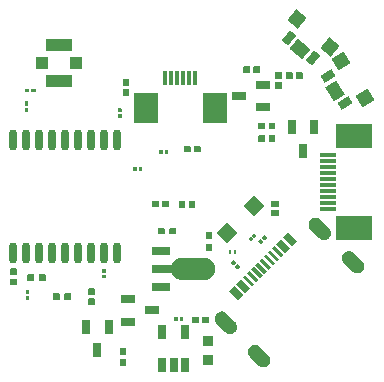
<source format=gbp>
G04 Layer: BottomPasteMaskLayer*
G04 Panelize: , Column: 1, Row: 1, Board Size: 35.35mm x 33.79mm, Panelized Board Size: 35.35mm x 33.79mm*
G04 EasyEDA v6.5.34, 2023-08-25 09:09:34*
G04 d93e2c1bc76747fc85efea62cec83403,9a4ed40c0dd746429eaf55b84663d2fb,10*
G04 Gerber Generator version 0.2*
G04 Scale: 100 percent, Rotated: No, Reflected: No *
G04 Dimensions in millimeters *
G04 leading zeros omitted , absolute positions ,4 integer and 5 decimal *
%FSLAX45Y45*%
%MOMM*%

%AMMACRO1*21,1,$1,$2,0,0,$3*%
%ADD10MACRO1,0.7X1.1X122.0010*%
%ADD11MACRO1,1.4X1.1X121.9998*%
%ADD12MACRO1,1.15X1.2X121.9995*%
%ADD13MACRO1,0.3X1.25X0.0000*%
%ADD14MACRO1,2X2.5X0.0000*%
%ADD15MACRO1,2.2X1.1X0.0000*%
%ADD16MACRO1,1.05X1X90.0000*%
%ADD17MACRO1,0.672X1.575X90.0000*%
%ADD18MACRO1,0.3X1.3X-90.0000*%
%ADD19MACRO1,2X3X-90.0000*%
%ADD20MACRO1,0.5X0.6X-90.0000*%
%ADD21MACRO1,0.27X0.25X-48.0008*%
%ADD22MACRO1,0.27X0.25X-47.9972*%
%ADD23MACRO1,1.2X1.2X45.0000*%
%ADD24MACRO1,0.27X0.25X90.0000*%
%ADD25MACRO1,0.7X1.1X139.9988*%
%ADD26MACRO1,0.7X1.1X140.0001*%
%ADD27MACRO1,1.4X1.1X140.0002*%
%ADD28MACRO1,1.15X1.2X140.0005*%
%ADD29O,0.6999986X1.7729962*%
%ADD30MACRO1,0.8X0.8X0.0000*%
%ADD31MACRO1,1.25X0.7X90.0000*%
%ADD32MACRO1,1.25X0.7X0.0000*%
%ADD33MACRO1,0.6223X1.1049X0.0000*%
%ADD34C,0.0112*%

%LPD*%
G36*
X52171Y-673100D02*
G01*
X30937Y-694283D01*
X108712Y-772058D01*
X129895Y-750874D01*
G37*
G36*
X16967Y-708304D02*
G01*
X-4419Y-729691D01*
X73355Y-807466D01*
X94691Y-786079D01*
G37*
G36*
X-18440Y-743661D02*
G01*
X-39624Y-764895D01*
X38150Y-842619D01*
X59334Y-821436D01*
G37*
G36*
X-53797Y-779068D02*
G01*
X-75031Y-800252D01*
X2743Y-878027D01*
X23926Y-856843D01*
G37*
G36*
X-89204Y-814425D02*
G01*
X-110388Y-835660D01*
X-32613Y-913384D01*
X-11430Y-892200D01*
G37*
G36*
X-124561Y-849833D02*
G01*
X-145796Y-871016D01*
X-68021Y-948791D01*
X-46837Y-927608D01*
G37*
G36*
X-159969Y-885190D02*
G01*
X-181152Y-906424D01*
X-103378Y-984148D01*
X-82194Y-962964D01*
G37*
G36*
X-195326Y-920597D02*
G01*
X-216560Y-941781D01*
X-138785Y-1019556D01*
X-117602Y-998372D01*
G37*
G36*
X165201Y-559866D02*
G01*
X122580Y-602437D01*
X200558Y-680466D01*
X243179Y-637844D01*
G37*
G36*
X108610Y-616458D02*
G01*
X65989Y-659028D01*
X144018Y-737006D01*
X186588Y-694436D01*
G37*
G36*
X-230784Y-955802D02*
G01*
X-273354Y-998372D01*
X-195376Y-1076401D01*
X-152755Y-1033830D01*
G37*
G36*
X-287274Y-1012291D02*
G01*
X-329844Y-1054862D01*
X-251866Y-1132890D01*
X-209245Y-1090269D01*
G37*
G36*
X-110489Y-1512925D02*
G01*
X-117602Y-1513281D01*
X-124612Y-1514398D01*
X-131419Y-1516380D01*
X-137972Y-1519174D01*
X-144119Y-1522679D01*
X-149860Y-1526895D01*
X-154990Y-1531772D01*
X-159562Y-1537208D01*
X-163423Y-1543151D01*
X-166573Y-1549552D01*
X-167894Y-1552854D01*
X-169875Y-1559661D01*
X-171043Y-1566672D01*
X-171348Y-1573784D01*
X-170840Y-1580845D01*
X-169468Y-1587804D01*
X-168503Y-1591208D01*
X-165912Y-1597863D01*
X-162610Y-1604111D01*
X-158546Y-1609953D01*
X-153873Y-1615287D01*
X-83159Y-1686001D01*
X-77825Y-1690674D01*
X-71983Y-1694688D01*
X-65735Y-1697989D01*
X-59080Y-1700530D01*
X-52222Y-1702257D01*
X-45212Y-1703171D01*
X-38150Y-1703273D01*
X-31089Y-1702511D01*
X-24180Y-1700936D01*
X-17526Y-1698548D01*
X-11176Y-1695399D01*
X-5232Y-1691538D01*
X203Y-1686966D01*
X5080Y-1681835D01*
X9296Y-1676146D01*
X12801Y-1669999D01*
X15544Y-1663496D01*
X17526Y-1656689D01*
X18694Y-1649679D01*
X18999Y-1646174D01*
X18897Y-1639062D01*
X17983Y-1632051D01*
X16256Y-1625193D01*
X13716Y-1618589D01*
X10414Y-1612290D01*
X6400Y-1606448D01*
X1727Y-1601165D01*
X-71577Y-1528013D01*
X-77165Y-1523593D01*
X-83261Y-1519936D01*
X-89712Y-1516989D01*
X-93065Y-1515770D01*
X-99923Y-1514043D01*
X-103428Y-1513433D01*
G37*
G36*
X-393293Y-1230274D02*
G01*
X-400405Y-1230579D01*
X-407365Y-1231747D01*
X-414172Y-1233728D01*
X-420674Y-1236522D01*
X-426821Y-1240028D01*
X-432511Y-1244244D01*
X-437692Y-1249121D01*
X-442214Y-1254556D01*
X-446125Y-1260449D01*
X-449275Y-1266799D01*
X-451612Y-1273505D01*
X-452526Y-1276908D01*
X-453694Y-1283919D01*
X-453999Y-1290980D01*
X-453491Y-1298041D01*
X-452170Y-1305001D01*
X-450037Y-1311757D01*
X-447141Y-1318209D01*
X-443433Y-1324254D01*
X-439115Y-1329842D01*
X-365963Y-1403146D01*
X-360680Y-1407871D01*
X-354838Y-1411884D01*
X-348538Y-1415237D01*
X-341934Y-1417777D01*
X-338531Y-1418793D01*
X-331571Y-1420114D01*
X-324459Y-1420622D01*
X-317347Y-1420317D01*
X-313842Y-1419860D01*
X-306933Y-1418285D01*
X-300228Y-1415897D01*
X-293878Y-1412748D01*
X-287934Y-1408887D01*
X-282498Y-1404315D01*
X-279958Y-1401826D01*
X-275386Y-1396339D01*
X-271526Y-1390396D01*
X-268376Y-1384046D01*
X-265988Y-1377340D01*
X-264414Y-1370431D01*
X-263702Y-1363370D01*
X-263804Y-1356258D01*
X-264718Y-1349248D01*
X-266496Y-1342339D01*
X-269036Y-1335735D01*
X-272389Y-1329436D01*
X-276402Y-1323594D01*
X-281127Y-1318310D01*
X-354431Y-1245158D01*
X-360019Y-1240840D01*
X-366064Y-1237183D01*
X-372516Y-1234236D01*
X-379272Y-1232103D01*
X-386232Y-1230782D01*
G37*
G36*
X684276Y-718159D02*
G01*
X677164Y-718515D01*
X670153Y-719632D01*
X663346Y-721614D01*
X656793Y-724408D01*
X650646Y-727913D01*
X644906Y-732129D01*
X639775Y-737006D01*
X635203Y-742442D01*
X631342Y-748385D01*
X628192Y-754786D01*
X626872Y-758088D01*
X624890Y-764895D01*
X623773Y-771906D01*
X623417Y-779018D01*
X623925Y-786079D01*
X625297Y-793038D01*
X626262Y-796442D01*
X628853Y-803097D01*
X632155Y-809345D01*
X636219Y-815187D01*
X640943Y-820521D01*
X711657Y-891235D01*
X716940Y-895908D01*
X722782Y-899921D01*
X729081Y-903224D01*
X735685Y-905764D01*
X742543Y-907491D01*
X749554Y-908405D01*
X756666Y-908507D01*
X763676Y-907745D01*
X770585Y-906170D01*
X777240Y-903782D01*
X783590Y-900633D01*
X789533Y-896772D01*
X794969Y-892200D01*
X799846Y-887069D01*
X804062Y-881380D01*
X807567Y-875233D01*
X810310Y-868680D01*
X811428Y-865327D01*
X813003Y-858418D01*
X813765Y-851357D01*
X813663Y-844296D01*
X812749Y-837285D01*
X811022Y-830427D01*
X808482Y-823772D01*
X805180Y-817524D01*
X801166Y-811682D01*
X796493Y-806348D01*
X725779Y-735634D01*
X720445Y-730961D01*
X714603Y-726897D01*
X708355Y-723595D01*
X701700Y-721004D01*
X694842Y-719277D01*
X691337Y-718667D01*
G37*
G36*
X401472Y-435508D02*
G01*
X394411Y-435813D01*
X387400Y-436981D01*
X380593Y-438962D01*
X374091Y-441756D01*
X367944Y-445262D01*
X362254Y-449478D01*
X357073Y-454355D01*
X352552Y-459740D01*
X348691Y-465683D01*
X345541Y-472033D01*
X344220Y-475335D01*
X342239Y-482142D01*
X341071Y-489102D01*
X340766Y-496214D01*
X341274Y-503275D01*
X342595Y-510235D01*
X344728Y-516991D01*
X347675Y-523443D01*
X351332Y-529488D01*
X355650Y-535076D01*
X428802Y-608380D01*
X434085Y-613105D01*
X439928Y-617118D01*
X446227Y-620471D01*
X452831Y-623011D01*
X456234Y-624027D01*
X463245Y-625348D01*
X470306Y-625856D01*
X477418Y-625551D01*
X480923Y-625094D01*
X487832Y-623519D01*
X494538Y-621131D01*
X500888Y-617982D01*
X506831Y-614121D01*
X512267Y-609549D01*
X517143Y-604367D01*
X521411Y-598678D01*
X524916Y-592480D01*
X527659Y-585978D01*
X528777Y-582574D01*
X530352Y-575665D01*
X531063Y-568604D01*
X530961Y-561492D01*
X530047Y-554482D01*
X529285Y-550976D01*
X527100Y-544220D01*
X524154Y-537768D01*
X520446Y-531723D01*
X518363Y-528828D01*
X513638Y-523544D01*
X440334Y-450392D01*
X434746Y-446074D01*
X428701Y-442366D01*
X422249Y-439470D01*
X415493Y-437337D01*
X408533Y-436016D01*
G37*
G36*
X-78740Y260654D02*
G01*
X-82753Y256692D01*
X-82753Y210667D01*
X-78740Y206705D01*
X-28651Y206705D01*
X-24688Y210667D01*
X-24688Y256692D01*
X-28651Y260654D01*
G37*
G36*
X6350Y260654D02*
G01*
X2336Y256692D01*
X2336Y210667D01*
X6350Y206705D01*
X56388Y206705D01*
X60401Y210667D01*
X60401Y256692D01*
X56388Y260654D01*
G37*
G36*
X-523443Y-559714D02*
G01*
X-528421Y-564743D01*
X-528421Y-612749D01*
X-523443Y-619709D01*
X-478434Y-619709D01*
X-473456Y-612749D01*
X-473456Y-564743D01*
X-478434Y-559714D01*
G37*
G36*
X-523443Y-655726D02*
G01*
X-528421Y-662736D01*
X-528421Y-710742D01*
X-523443Y-715721D01*
X-478434Y-715721D01*
X-473456Y-710742D01*
X-473456Y-662736D01*
X-478434Y-655726D01*
G37*
G36*
X-1141069Y-11582D02*
G01*
X-1143457Y-14020D01*
X-1143457Y-41605D01*
X-1141069Y-43992D01*
X-1114653Y-43992D01*
X-1112215Y-41605D01*
X-1112215Y-14020D01*
X-1114653Y-11582D01*
G37*
G36*
X-1093622Y-11582D02*
G01*
X-1096060Y-14020D01*
X-1096060Y-41605D01*
X-1093622Y-43992D01*
X-1067206Y-43992D01*
X-1064818Y-41605D01*
X-1064818Y-14020D01*
X-1067206Y-11582D01*
G37*
G36*
X-1271371Y489051D02*
G01*
X-1273759Y486613D01*
X-1273759Y460197D01*
X-1271371Y457809D01*
X-1243736Y457809D01*
X-1241348Y460197D01*
X-1241348Y486613D01*
X-1243736Y489051D01*
G37*
G36*
X-1271371Y441604D02*
G01*
X-1273759Y439216D01*
X-1273759Y412800D01*
X-1271371Y410413D01*
X-1243736Y410413D01*
X-1241348Y412800D01*
X-1241348Y439216D01*
X-1243736Y441604D01*
G37*
G36*
X-1229055Y649274D02*
G01*
X-1233068Y645261D01*
X-1233068Y595172D01*
X-1229055Y591210D01*
X-1183030Y591210D01*
X-1179068Y595172D01*
X-1179068Y645261D01*
X-1183030Y649274D01*
G37*
G36*
X-1229055Y734314D02*
G01*
X-1233068Y730300D01*
X-1233068Y680262D01*
X-1229055Y676249D01*
X-1183030Y676249D01*
X-1179068Y680262D01*
X-1179068Y730300D01*
X-1183030Y734314D01*
G37*
G36*
X-922426Y134112D02*
G01*
X-924814Y131724D01*
X-924814Y104139D01*
X-922426Y101701D01*
X-896010Y101701D01*
X-893571Y104139D01*
X-893571Y131724D01*
X-896010Y134112D01*
G37*
G36*
X-874979Y134112D02*
G01*
X-877417Y131724D01*
X-877417Y104139D01*
X-874979Y101701D01*
X-848563Y101701D01*
X-846175Y104139D01*
X-846175Y131724D01*
X-848563Y134112D01*
G37*
G36*
X-979881Y-295910D02*
G01*
X-983843Y-299923D01*
X-983843Y-345897D01*
X-979881Y-349910D01*
X-929792Y-349910D01*
X-925779Y-345897D01*
X-925779Y-299923D01*
X-929792Y-295910D01*
G37*
G36*
X-894791Y-295910D02*
G01*
X-898804Y-299923D01*
X-898804Y-345897D01*
X-894791Y-349910D01*
X-844753Y-349910D01*
X-840740Y-345897D01*
X-840740Y-299923D01*
X-844753Y-295910D01*
G37*
G36*
X-643178Y-1276451D02*
G01*
X-647192Y-1280464D01*
X-647192Y-1326438D01*
X-643178Y-1330452D01*
X-593140Y-1330452D01*
X-589127Y-1326438D01*
X-589127Y-1280464D01*
X-593140Y-1276451D01*
G37*
G36*
X-558139Y-1276451D02*
G01*
X-562102Y-1280464D01*
X-562102Y-1326438D01*
X-558139Y-1330452D01*
X-508050Y-1330452D01*
X-504037Y-1326438D01*
X-504037Y-1280464D01*
X-508050Y-1276451D01*
G37*
G36*
X151638Y792835D02*
G01*
X147624Y788822D01*
X147624Y742797D01*
X151638Y738784D01*
X201726Y738784D01*
X205689Y742797D01*
X205689Y788822D01*
X201726Y792835D01*
G37*
G36*
X236728Y792835D02*
G01*
X232714Y788822D01*
X232714Y742797D01*
X236728Y738784D01*
X286766Y738784D01*
X290779Y742797D01*
X290779Y788822D01*
X286766Y792835D01*
G37*
G36*
X-2178253Y-867156D02*
G01*
X-2182266Y-871169D01*
X-2182266Y-921207D01*
X-2178253Y-925220D01*
X-2132228Y-925220D01*
X-2128266Y-921207D01*
X-2128266Y-871169D01*
X-2132228Y-867156D01*
G37*
G36*
X-2178253Y-952246D02*
G01*
X-2182266Y-956208D01*
X-2182266Y-1006297D01*
X-2178253Y-1010310D01*
X-2132228Y-1010310D01*
X-2128266Y-1006297D01*
X-2128266Y-956208D01*
X-2132228Y-952246D01*
G37*
G36*
X-2051456Y-1046276D02*
G01*
X-2053843Y-1048715D01*
X-2053843Y-1081633D01*
X-2051456Y-1084021D01*
X-2023821Y-1084021D01*
X-2021433Y-1081633D01*
X-2021433Y-1048715D01*
X-2023821Y-1046276D01*
G37*
G36*
X-2051456Y-1100226D02*
G01*
X-2053843Y-1102614D01*
X-2053843Y-1135583D01*
X-2051456Y-1137970D01*
X-2023821Y-1137970D01*
X-2021433Y-1135583D01*
X-2021433Y-1102614D01*
X-2023821Y-1100226D01*
G37*
G36*
X-2005025Y656082D02*
G01*
X-2007463Y653694D01*
X-2007463Y626110D01*
X-2005025Y623671D01*
X-1972106Y623671D01*
X-1969719Y626110D01*
X-1969719Y653694D01*
X-1972106Y656082D01*
G37*
G36*
X-2058974Y656082D02*
G01*
X-2061362Y653694D01*
X-2061362Y626110D01*
X-2058974Y623671D01*
X-2026056Y623671D01*
X-2023618Y626110D01*
X-2023618Y653694D01*
X-2026056Y656082D01*
G37*
G36*
X-1402232Y-872236D02*
G01*
X-1404620Y-874623D01*
X-1404620Y-901039D01*
X-1402232Y-903427D01*
X-1374597Y-903427D01*
X-1372209Y-901039D01*
X-1372209Y-874623D01*
X-1374597Y-872236D01*
G37*
G36*
X-1402232Y-919632D02*
G01*
X-1404620Y-922019D01*
X-1404620Y-948436D01*
X-1402232Y-950874D01*
X-1374597Y-950874D01*
X-1372209Y-948436D01*
X-1372209Y-922019D01*
X-1374597Y-919632D01*
G37*
G36*
X-32664Y-587451D02*
G01*
X-51308Y-606145D01*
X-51308Y-609549D01*
X-31800Y-629056D01*
X-28397Y-629056D01*
X-9753Y-610362D01*
X-9753Y-607009D01*
X-29260Y-587451D01*
G37*
G36*
X-66192Y-620979D02*
G01*
X-84836Y-639673D01*
X-84836Y-643077D01*
X-65328Y-662584D01*
X-61925Y-662584D01*
X-43281Y-643890D01*
X-43281Y-640537D01*
X-62788Y-620979D01*
G37*
G36*
X-294690Y-795731D02*
G01*
X-314198Y-815289D01*
X-314198Y-818641D01*
X-295554Y-837336D01*
X-292150Y-837336D01*
X-272643Y-817829D01*
X-272643Y-814425D01*
X-291287Y-795731D01*
G37*
G36*
X-261162Y-829259D02*
G01*
X-280670Y-848817D01*
X-280670Y-852169D01*
X-262026Y-870864D01*
X-258622Y-870864D01*
X-239115Y-851357D01*
X-239115Y-847953D01*
X-257759Y-829259D01*
G37*
G36*
X-755599Y-297942D02*
G01*
X-759561Y-301955D01*
X-759561Y-347929D01*
X-755599Y-351942D01*
X-705510Y-351942D01*
X-701497Y-347929D01*
X-701497Y-301955D01*
X-705510Y-297942D01*
G37*
G36*
X-670509Y-297942D02*
G01*
X-674522Y-301955D01*
X-674522Y-347929D01*
X-670509Y-351942D01*
X-620471Y-351942D01*
X-616458Y-347929D01*
X-616458Y-301955D01*
X-620471Y-297942D01*
G37*
G36*
X-794410Y-1278890D02*
G01*
X-796798Y-1281277D01*
X-796798Y-1308862D01*
X-794410Y-1311300D01*
X-767994Y-1311300D01*
X-765556Y-1308862D01*
X-765556Y-1281277D01*
X-767994Y-1278890D01*
G37*
G36*
X-746963Y-1278890D02*
G01*
X-749401Y-1281277D01*
X-749401Y-1308862D01*
X-746963Y-1311300D01*
X-720547Y-1311300D01*
X-718159Y-1308862D01*
X-718159Y-1281277D01*
X-720547Y-1278890D01*
G37*
G36*
X-930808Y-524357D02*
G01*
X-935837Y-529386D01*
X-935837Y-574395D01*
X-930808Y-579374D01*
X-882802Y-579374D01*
X-875792Y-574395D01*
X-875792Y-529386D01*
X-882802Y-524357D01*
G37*
G36*
X-832815Y-524357D02*
G01*
X-839825Y-529386D01*
X-839825Y-574395D01*
X-832815Y-579374D01*
X-784809Y-579374D01*
X-779830Y-574395D01*
X-779830Y-529386D01*
X-784809Y-524357D01*
G37*
G36*
X-1253388Y-1635963D02*
G01*
X-1258366Y-1642973D01*
X-1258366Y-1690979D01*
X-1253388Y-1695957D01*
X-1208379Y-1695957D01*
X-1203401Y-1690979D01*
X-1203401Y-1642973D01*
X-1208379Y-1635963D01*
G37*
G36*
X-1253388Y-1540002D02*
G01*
X-1258366Y-1544980D01*
X-1258366Y-1592986D01*
X-1253388Y-1599996D01*
X-1208379Y-1599996D01*
X-1203401Y-1592986D01*
X-1203401Y-1544980D01*
X-1208379Y-1540002D01*
G37*
G36*
X-2060092Y549351D02*
G01*
X-2062480Y546912D01*
X-2062480Y513994D01*
X-2060092Y511606D01*
X-2032457Y511606D01*
X-2030069Y513994D01*
X-2030069Y546912D01*
X-2032457Y549351D01*
G37*
G36*
X-2060092Y495401D02*
G01*
X-2062480Y493014D01*
X-2062480Y460044D01*
X-2060092Y457657D01*
X-2032457Y457657D01*
X-2030069Y460044D01*
X-2030069Y493014D01*
X-2032457Y495401D01*
G37*
G36*
X-1936953Y-917295D02*
G01*
X-1943963Y-922324D01*
X-1943963Y-967333D01*
X-1936953Y-972312D01*
X-1888947Y-972312D01*
X-1883968Y-967333D01*
X-1883968Y-922324D01*
X-1888947Y-917295D01*
G37*
G36*
X-2034946Y-917295D02*
G01*
X-2039924Y-922324D01*
X-2039924Y-967333D01*
X-2034946Y-972312D01*
X-1986940Y-972312D01*
X-1979930Y-967333D01*
X-1979930Y-922324D01*
X-1986940Y-917295D01*
G37*
G36*
X-1818792Y-1076045D02*
G01*
X-1823821Y-1081074D01*
X-1823821Y-1126083D01*
X-1818792Y-1131062D01*
X-1770786Y-1131062D01*
X-1763775Y-1126083D01*
X-1763775Y-1081074D01*
X-1770786Y-1076045D01*
G37*
G36*
X-1720799Y-1076045D02*
G01*
X-1727809Y-1081074D01*
X-1727809Y-1126083D01*
X-1720799Y-1131062D01*
X-1672793Y-1131062D01*
X-1667814Y-1126083D01*
X-1667814Y-1081074D01*
X-1672793Y-1076045D01*
G37*
G36*
X-1520901Y-1118057D02*
G01*
X-1524914Y-1122070D01*
X-1524914Y-1172159D01*
X-1520901Y-1176121D01*
X-1474876Y-1176121D01*
X-1470914Y-1172159D01*
X-1470914Y-1122070D01*
X-1474876Y-1118057D01*
G37*
G36*
X-1520901Y-1033018D02*
G01*
X-1524914Y-1037031D01*
X-1524914Y-1087069D01*
X-1520901Y-1091082D01*
X-1474876Y-1091082D01*
X-1470914Y-1087069D01*
X-1470914Y-1037031D01*
X-1474876Y-1033018D01*
G37*
G36*
X-208584Y844956D02*
G01*
X-212598Y840943D01*
X-212598Y794969D01*
X-208584Y790956D01*
X-158546Y790956D01*
X-154533Y794969D01*
X-154533Y840943D01*
X-158546Y844956D01*
G37*
G36*
X-123545Y844956D02*
G01*
X-127508Y840943D01*
X-127508Y794969D01*
X-123545Y790956D01*
X-73456Y790956D01*
X-69443Y794969D01*
X-69443Y840943D01*
X-73456Y844956D01*
G37*
G36*
X-711454Y169011D02*
G01*
X-715467Y164998D01*
X-715467Y118973D01*
X-711454Y115011D01*
X-661365Y115011D01*
X-657402Y118973D01*
X-657402Y164998D01*
X-661365Y169011D01*
G37*
G36*
X-626414Y169011D02*
G01*
X-630377Y164998D01*
X-630377Y118973D01*
X-626414Y115011D01*
X-576326Y115011D01*
X-572312Y118973D01*
X-572312Y164998D01*
X-576326Y169011D01*
G37*
G36*
X6604Y368604D02*
G01*
X2590Y364642D01*
X2590Y318617D01*
X6604Y314655D01*
X56641Y314655D01*
X60655Y318617D01*
X60655Y364642D01*
X56641Y368604D01*
G37*
G36*
X-78486Y368604D02*
G01*
X-82499Y364642D01*
X-82499Y318617D01*
X-78486Y314655D01*
X-28397Y314655D01*
X-24434Y318617D01*
X-24434Y364642D01*
X-28397Y368604D01*
G37*
G36*
X63093Y797255D02*
G01*
X59131Y793242D01*
X59131Y743204D01*
X63093Y739190D01*
X109118Y739190D01*
X113131Y743204D01*
X113131Y793242D01*
X109118Y797255D01*
G37*
G36*
X63093Y712165D02*
G01*
X59131Y708202D01*
X59131Y658114D01*
X63093Y654100D01*
X109118Y654100D01*
X113131Y658114D01*
X113131Y708202D01*
X109118Y712165D01*
G37*
D10*
G01*
X647710Y535038D03*
G01*
X507281Y759772D03*
D11*
G01*
X564774Y639456D03*
D12*
G01*
X815458Y577954D03*
G01*
X619389Y891730D03*
D13*
G01*
X-619912Y746848D03*
G01*
X-669912Y746848D03*
G01*
X-719912Y746848D03*
G01*
X-769912Y746848D03*
G01*
X-819911Y746848D03*
G01*
X-869911Y746848D03*
D14*
G01*
X-450910Y489343D03*
G01*
X-1038905Y489343D03*
D15*
G01*
X-1773928Y722245D03*
D16*
G01*
X-1631441Y872247D03*
D15*
G01*
X-1773930Y1022247D03*
D16*
G01*
X-1916435Y872247D03*
D17*
G01*
X-907602Y-1020063D03*
G01*
X-907602Y-720064D03*
G36*
X-543651Y-775093D02*
G01*
X-729071Y-775093D01*
X-733524Y-775200D01*
X-737966Y-775512D01*
X-742391Y-776033D01*
X-746785Y-776759D01*
X-751141Y-777694D01*
X-755446Y-778830D01*
X-759696Y-780166D01*
X-763877Y-781700D01*
X-767981Y-783429D01*
X-772002Y-785347D01*
X-775926Y-787453D01*
X-779749Y-789741D01*
X-783460Y-792205D01*
X-787052Y-794839D01*
X-790514Y-797638D01*
X-793843Y-800600D01*
X-797029Y-803711D01*
X-800066Y-806970D01*
X-802947Y-810366D01*
X-805665Y-813894D01*
X-808215Y-817547D01*
X-810590Y-821314D01*
X-812787Y-825190D01*
X-814801Y-829162D01*
X-816625Y-837092D01*
X-986358Y-837092D01*
X-986358Y-903091D01*
X-816625Y-903091D01*
X-814801Y-911026D01*
X-812787Y-914999D01*
X-810590Y-918875D01*
X-808215Y-922642D01*
X-805665Y-926294D01*
X-802947Y-929822D01*
X-800066Y-933218D01*
X-797029Y-936477D01*
X-793843Y-939589D01*
X-790514Y-942550D01*
X-787052Y-945349D01*
X-783460Y-947983D01*
X-779749Y-950447D01*
X-775926Y-952736D01*
X-772002Y-954841D01*
X-767981Y-956759D01*
X-763877Y-958489D01*
X-759696Y-960023D01*
X-755446Y-961359D01*
X-751141Y-962494D01*
X-746785Y-963429D01*
X-742391Y-964156D01*
X-737966Y-964676D01*
X-733524Y-964989D01*
X-729071Y-965095D01*
X-543651Y-965095D01*
X-539198Y-964989D01*
X-534756Y-964676D01*
X-530331Y-964156D01*
X-525937Y-963429D01*
X-521581Y-962494D01*
X-517276Y-961359D01*
X-513026Y-960023D01*
X-508845Y-958489D01*
X-504741Y-956759D01*
X-500720Y-954841D01*
X-496796Y-952736D01*
X-492973Y-950447D01*
X-489262Y-947983D01*
X-485670Y-945349D01*
X-482208Y-942550D01*
X-478878Y-939589D01*
X-475693Y-936477D01*
X-472655Y-933218D01*
X-469775Y-929822D01*
X-467057Y-926294D01*
X-464507Y-922642D01*
X-462132Y-918875D01*
X-459935Y-914999D01*
X-457921Y-911026D01*
X-456097Y-906962D01*
X-454464Y-902820D01*
X-453029Y-898603D01*
X-451792Y-894323D01*
X-450758Y-889990D01*
X-449927Y-885616D01*
X-449303Y-881204D01*
X-448886Y-876769D01*
X-448678Y-872322D01*
X-448678Y-867867D01*
X-448886Y-863419D01*
X-449303Y-858984D01*
X-449927Y-854572D01*
X-450758Y-850198D01*
X-451792Y-845865D01*
X-453029Y-841585D01*
X-454464Y-837369D01*
X-456097Y-833226D01*
X-457921Y-829162D01*
X-459935Y-825190D01*
X-462132Y-821314D01*
X-464507Y-817547D01*
X-467057Y-813894D01*
X-469775Y-810366D01*
X-472655Y-806970D01*
X-475693Y-803711D01*
X-478878Y-800600D01*
X-482208Y-797638D01*
X-485670Y-794839D01*
X-489262Y-792205D01*
X-492973Y-789741D01*
X-496796Y-787453D01*
X-500720Y-785347D01*
X-504741Y-783429D01*
X-508845Y-781700D01*
X-513026Y-780166D01*
X-517276Y-778830D01*
X-521581Y-777694D01*
X-525937Y-776759D01*
X-530331Y-776033D01*
X-534756Y-775512D01*
X-539198Y-775200D01*
G37*
D18*
G01*
X502666Y90449D03*
G01*
X502666Y40449D03*
G01*
X502666Y-9550D03*
G01*
X502666Y-59550D03*
G01*
X502666Y-109550D03*
G01*
X502666Y-159550D03*
G01*
X502666Y-209549D03*
G01*
X502666Y-259549D03*
G01*
X502666Y-309549D03*
G01*
X502666Y-359549D03*
D19*
G01*
X722015Y-524550D03*
G01*
X722012Y255450D03*
D20*
G01*
X53286Y-400617D03*
G01*
X53286Y-320615D03*
D21*
G01*
X-147895Y-618393D03*
D22*
G01*
X-116371Y-590011D03*
D23*
G01*
X-124150Y-336637D03*
G01*
X-350423Y-562910D03*
D24*
G01*
X-278056Y-727392D03*
G01*
X-320474Y-727392D03*
D25*
G01*
X379105Y915859D03*
D26*
G01*
X176103Y1086196D03*
D27*
G01*
X267962Y989537D03*
D28*
G01*
X525382Y1008510D03*
G01*
X241946Y1246341D03*
D29*
G01*
X-1278562Y-739863D03*
G01*
X-1388569Y-739863D03*
G01*
X-1498577Y-739863D03*
G01*
X-1608559Y-739863D03*
G01*
X-1718566Y-739863D03*
G01*
X-1828573Y-739863D03*
G01*
X-1938555Y-739863D03*
G01*
X-2048563Y-739863D03*
G01*
X-2158570Y-739863D03*
G01*
X-2158570Y222440D03*
G01*
X-2048563Y222440D03*
G01*
X-1938555Y222440D03*
G01*
X-1828573Y222440D03*
G01*
X-1718566Y222440D03*
G01*
X-1608559Y222440D03*
G01*
X-1498577Y222440D03*
G01*
X-1388569Y222440D03*
G01*
X-1278562Y222440D03*
D30*
G01*
X-511380Y-1641594D03*
G01*
X-510679Y-1481693D03*
D31*
G01*
X199844Y331203D03*
G01*
X389835Y331203D03*
G01*
X294839Y131203D03*
D32*
G01*
X-45087Y688149D03*
G01*
X-45087Y498158D03*
G01*
X-245087Y593154D03*
D31*
G01*
X-1542341Y-1361452D03*
G01*
X-1352350Y-1361452D03*
G01*
X-1447346Y-1561452D03*
D32*
G01*
X-1187310Y-1316530D03*
G01*
X-1187310Y-1126539D03*
G01*
X-987310Y-1221535D03*
D33*
G01*
X-896873Y-1687830D03*
G01*
X-801872Y-1687830D03*
G01*
X-706876Y-1687830D03*
G01*
X-706871Y-1408430D03*
G01*
X-896873Y-1408430D03*
M02*

</source>
